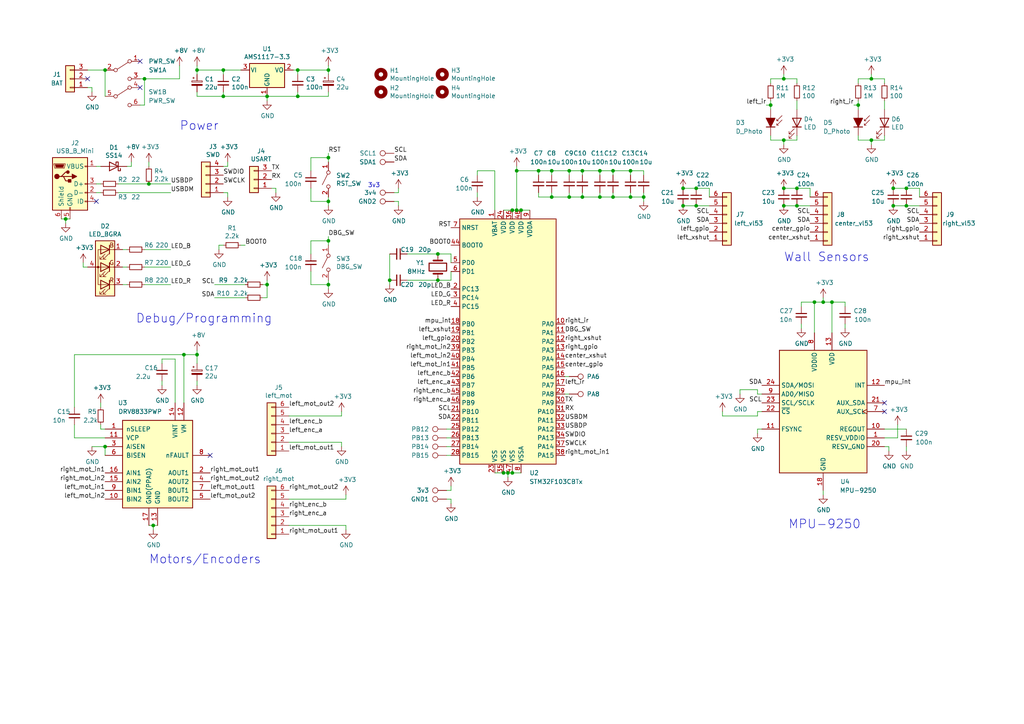
<source format=kicad_sch>
(kicad_sch (version 20211123) (generator eeschema)
  (paper "A4")
  (junction (at 227.33 59.69))
  (junction (at 44.45 152.4))
  (junction (at 252.73 22.86))
  (junction (at 149.86 49.53))
  (junction (at 148.59 60.96))
  (junction (at 177.8 57.15))
  (junction (at 148.59 137.16))
  (junction (at 182.88 57.15))
  (junction (at 151.13 60.96))
  (junction (at 198.12 54.61))
  (junction (at 149.86 60.96))
  (junction (at 43.18 53.34))
  (junction (at 127 81.28))
  (junction (at 30.48 20.32))
  (junction (at 236.22 87.63))
  (junction (at 95.25 69.85))
  (junction (at 127 73.66))
  (junction (at 156.21 49.53))
  (junction (at 173.99 49.53))
  (junction (at 165.1 57.15))
  (junction (at 252.73 40.64))
  (junction (at 165.1 49.53))
  (junction (at 95.25 45.72))
  (junction (at 57.15 20.32))
  (junction (at 64.77 27.94))
  (junction (at 86.36 27.94))
  (junction (at 201.93 59.69))
  (junction (at 86.36 20.32))
  (junction (at 259.08 59.69))
  (junction (at 241.3 87.63))
  (junction (at 223.52 30.48))
  (junction (at 259.08 54.61))
  (junction (at 77.47 82.55))
  (junction (at 160.02 49.53))
  (junction (at 64.77 20.32))
  (junction (at 238.76 87.63))
  (junction (at 168.91 49.53))
  (junction (at 262.89 59.69))
  (junction (at 173.99 57.15))
  (junction (at 198.12 59.69))
  (junction (at 186.69 57.15))
  (junction (at 30.48 129.54))
  (junction (at 231.14 54.61))
  (junction (at 168.91 57.15))
  (junction (at 231.14 59.69))
  (junction (at 201.93 54.61))
  (junction (at 95.25 20.32))
  (junction (at 146.05 137.16))
  (junction (at 262.89 54.61))
  (junction (at 95.25 58.42))
  (junction (at 95.25 82.55))
  (junction (at 113.03 81.28))
  (junction (at 227.33 40.64))
  (junction (at 57.15 102.87))
  (junction (at 248.92 30.48))
  (junction (at 160.02 57.15))
  (junction (at 182.88 49.53))
  (junction (at 41.91 22.86))
  (junction (at 19.05 63.5))
  (junction (at 177.8 49.53))
  (junction (at 227.33 22.86))
  (junction (at 53.34 102.87))
  (junction (at 77.47 27.94))
  (junction (at 227.33 54.61))
  (junction (at 147.32 137.16))
  (no_connect (at 40.64 17.78))
  (no_connect (at 256.54 119.38))
  (no_connect (at 256.54 116.84))
  (no_connect (at 27.94 58.42))
  (no_connect (at 25.4 22.86))
  (no_connect (at 40.64 25.4))
  (no_connect (at 60.96 132.08))
  (wire (pts (xy 227.33 41.91) (xy 227.33 40.64)))
  (wire (pts (xy 76.2 82.55) (xy 77.47 82.55)))
  (wire (pts (xy 38.1 48.26) (xy 38.1 46.99)))
  (wire (pts (xy 25.4 25.4) (xy 26.67 25.4)))
  (wire (pts (xy 252.73 22.86) (xy 256.54 22.86)))
  (wire (pts (xy 163.83 114.3) (xy 165.1 114.3)))
  (wire (pts (xy 173.99 57.15) (xy 168.91 57.15)))
  (wire (pts (xy 231.14 29.21) (xy 231.14 31.75)))
  (wire (pts (xy 95.25 19.05) (xy 95.25 20.32)))
  (wire (pts (xy 27.94 55.88) (xy 29.21 55.88)))
  (wire (pts (xy 90.17 45.72) (xy 95.25 45.72)))
  (wire (pts (xy 219.71 124.46) (xy 219.71 125.73)))
  (wire (pts (xy 118.11 81.28) (xy 127 81.28)))
  (wire (pts (xy 64.77 26.67) (xy 64.77 27.94)))
  (wire (pts (xy 19.05 64.77) (xy 19.05 63.5)))
  (wire (pts (xy 130.81 78.74) (xy 130.81 81.28)))
  (wire (pts (xy 252.73 40.64) (xy 256.54 40.64)))
  (wire (pts (xy 35.56 77.47) (xy 36.83 77.47)))
  (wire (pts (xy 168.91 49.53) (xy 165.1 49.53)))
  (wire (pts (xy 130.81 81.28) (xy 127 81.28)))
  (wire (pts (xy 53.34 102.87) (xy 53.34 116.84)))
  (wire (pts (xy 21.59 123.19) (xy 21.59 127)))
  (wire (pts (xy 227.33 22.86) (xy 231.14 22.86)))
  (wire (pts (xy 17.78 63.5) (xy 19.05 63.5)))
  (wire (pts (xy 168.91 50.8) (xy 168.91 49.53)))
  (wire (pts (xy 160.02 55.88) (xy 160.02 57.15)))
  (wire (pts (xy 177.8 55.88) (xy 177.8 57.15)))
  (wire (pts (xy 115.57 58.42) (xy 115.57 59.69)))
  (wire (pts (xy 130.81 142.24) (xy 130.81 140.97)))
  (wire (pts (xy 232.41 87.63) (xy 236.22 87.63)))
  (wire (pts (xy 99.06 120.65) (xy 99.06 119.38)))
  (wire (pts (xy 156.21 50.8) (xy 156.21 49.53)))
  (wire (pts (xy 156.21 57.15) (xy 156.21 55.88)))
  (wire (pts (xy 69.85 71.12) (xy 71.12 71.12)))
  (wire (pts (xy 143.51 60.96) (xy 143.51 49.53)))
  (wire (pts (xy 113.03 73.66) (xy 113.03 81.28)))
  (wire (pts (xy 227.33 40.64) (xy 231.14 40.64)))
  (wire (pts (xy 80.01 54.61) (xy 80.01 55.88)))
  (wire (pts (xy 129.54 132.08) (xy 130.81 132.08)))
  (wire (pts (xy 57.15 20.32) (xy 64.77 20.32)))
  (wire (pts (xy 129.54 127) (xy 130.81 127)))
  (wire (pts (xy 27.94 48.26) (xy 29.21 48.26)))
  (wire (pts (xy 86.36 27.94) (xy 95.25 27.94)))
  (wire (pts (xy 44.45 152.4) (xy 45.72 152.4)))
  (wire (pts (xy 177.8 57.15) (xy 173.99 57.15)))
  (wire (pts (xy 30.48 27.94) (xy 30.48 20.32)))
  (wire (pts (xy 71.12 82.55) (xy 62.23 82.55)))
  (wire (pts (xy 149.86 60.96) (xy 151.13 60.96)))
  (wire (pts (xy 46.99 104.14) (xy 50.8 104.14)))
  (wire (pts (xy 57.15 21.59) (xy 57.15 20.32)))
  (wire (pts (xy 160.02 50.8) (xy 160.02 49.53)))
  (wire (pts (xy 129.54 124.46) (xy 130.81 124.46)))
  (wire (pts (xy 114.3 58.42) (xy 115.57 58.42)))
  (wire (pts (xy 64.77 27.94) (xy 77.47 27.94)))
  (wire (pts (xy 63.5 71.12) (xy 63.5 72.39)))
  (wire (pts (xy 43.18 46.99) (xy 43.18 48.26)))
  (wire (pts (xy 83.82 128.27) (xy 99.06 128.27)))
  (wire (pts (xy 177.8 50.8) (xy 177.8 49.53)))
  (wire (pts (xy 64.77 55.88) (xy 66.04 55.88)))
  (wire (pts (xy 148.59 137.16) (xy 151.13 137.16)))
  (wire (pts (xy 99.06 129.54) (xy 99.06 128.27)))
  (wire (pts (xy 64.77 21.59) (xy 64.77 20.32)))
  (wire (pts (xy 53.34 102.87) (xy 21.59 102.87)))
  (wire (pts (xy 219.71 114.3) (xy 220.98 114.3)))
  (wire (pts (xy 129.54 144.78) (xy 130.81 144.78)))
  (wire (pts (xy 57.15 27.94) (xy 64.77 27.94)))
  (wire (pts (xy 234.95 54.61) (xy 231.14 54.61)))
  (wire (pts (xy 19.05 63.5) (xy 20.32 63.5)))
  (wire (pts (xy 262.89 54.61) (xy 259.08 54.61)))
  (wire (pts (xy 41.91 22.86) (xy 41.91 30.48)))
  (wire (pts (xy 231.14 22.86) (xy 231.14 24.13)))
  (wire (pts (xy 241.3 96.52) (xy 241.3 87.63)))
  (wire (pts (xy 113.03 82.55) (xy 113.03 81.28)))
  (wire (pts (xy 205.74 54.61) (xy 201.93 54.61)))
  (wire (pts (xy 173.99 55.88) (xy 173.99 57.15)))
  (wire (pts (xy 160.02 49.53) (xy 156.21 49.53)))
  (wire (pts (xy 138.43 55.88) (xy 138.43 57.15)))
  (wire (pts (xy 100.33 144.78) (xy 100.33 143.51)))
  (wire (pts (xy 143.51 137.16) (xy 146.05 137.16)))
  (wire (pts (xy 77.47 29.21) (xy 77.47 27.94)))
  (wire (pts (xy 57.15 102.87) (xy 57.15 105.41)))
  (wire (pts (xy 186.69 49.53) (xy 182.88 49.53)))
  (wire (pts (xy 138.43 49.53) (xy 138.43 50.8)))
  (wire (pts (xy 95.25 69.85) (xy 95.25 71.12)))
  (wire (pts (xy 24.13 77.47) (xy 25.4 77.47)))
  (wire (pts (xy 90.17 69.85) (xy 95.25 69.85)))
  (wire (pts (xy 26.67 129.54) (xy 30.48 129.54)))
  (wire (pts (xy 248.92 39.37) (xy 248.92 40.64)))
  (wire (pts (xy 146.05 60.96) (xy 148.59 60.96)))
  (wire (pts (xy 231.14 59.69) (xy 227.33 59.69)))
  (wire (pts (xy 146.05 137.16) (xy 147.32 137.16)))
  (wire (pts (xy 95.25 82.55) (xy 95.25 81.28)))
  (wire (pts (xy 90.17 54.61) (xy 90.17 58.42)))
  (wire (pts (xy 86.36 26.67) (xy 86.36 27.94)))
  (wire (pts (xy 66.04 48.26) (xy 66.04 46.99)))
  (wire (pts (xy 256.54 29.21) (xy 256.54 31.75)))
  (wire (pts (xy 232.41 88.9) (xy 232.41 87.63)))
  (wire (pts (xy 266.7 54.61) (xy 266.7 57.15)))
  (wire (pts (xy 66.04 55.88) (xy 66.04 57.15)))
  (wire (pts (xy 256.54 40.64) (xy 256.54 39.37)))
  (wire (pts (xy 227.33 21.59) (xy 227.33 22.86)))
  (wire (pts (xy 77.47 86.36) (xy 77.47 82.55)))
  (wire (pts (xy 95.25 58.42) (xy 95.25 57.15)))
  (wire (pts (xy 219.71 119.38) (xy 220.98 119.38)))
  (wire (pts (xy 148.59 60.96) (xy 149.86 60.96)))
  (wire (pts (xy 173.99 49.53) (xy 168.91 49.53)))
  (wire (pts (xy 95.25 20.32) (xy 95.25 21.59)))
  (wire (pts (xy 163.83 109.22) (xy 165.1 109.22)))
  (wire (pts (xy 41.91 77.47) (xy 49.53 77.47)))
  (wire (pts (xy 52.07 22.86) (xy 52.07 19.05)))
  (wire (pts (xy 147.32 137.16) (xy 148.59 137.16)))
  (wire (pts (xy 26.67 25.4) (xy 26.67 26.67)))
  (wire (pts (xy 257.81 129.54) (xy 257.81 130.81)))
  (wire (pts (xy 201.93 54.61) (xy 198.12 54.61)))
  (wire (pts (xy 236.22 87.63) (xy 236.22 96.52)))
  (wire (pts (xy 95.25 59.69) (xy 95.25 58.42)))
  (wire (pts (xy 78.74 54.61) (xy 80.01 54.61)))
  (wire (pts (xy 40.64 22.86) (xy 41.91 22.86)))
  (wire (pts (xy 41.91 72.39) (xy 49.53 72.39)))
  (wire (pts (xy 205.74 59.69) (xy 201.93 59.69)))
  (wire (pts (xy 46.99 111.76) (xy 46.99 110.49)))
  (wire (pts (xy 248.92 22.86) (xy 252.73 22.86)))
  (wire (pts (xy 248.92 30.48) (xy 248.92 31.75)))
  (wire (pts (xy 260.35 127) (xy 260.35 123.19)))
  (wire (pts (xy 90.17 58.42) (xy 95.25 58.42)))
  (wire (pts (xy 238.76 87.63) (xy 241.3 87.63)))
  (wire (pts (xy 245.11 87.63) (xy 245.11 88.9)))
  (wire (pts (xy 129.54 129.54) (xy 130.81 129.54)))
  (wire (pts (xy 165.1 55.88) (xy 165.1 57.15)))
  (wire (pts (xy 165.1 50.8) (xy 165.1 49.53)))
  (wire (pts (xy 62.23 86.36) (xy 71.12 86.36)))
  (wire (pts (xy 173.99 50.8) (xy 173.99 49.53)))
  (wire (pts (xy 214.63 113.03) (xy 219.71 113.03)))
  (wire (pts (xy 201.93 59.69) (xy 198.12 59.69)))
  (wire (pts (xy 49.53 53.34) (xy 43.18 53.34)))
  (wire (pts (xy 262.89 59.69) (xy 259.08 59.69)))
  (wire (pts (xy 90.17 49.53) (xy 90.17 45.72)))
  (wire (pts (xy 266.7 59.69) (xy 262.89 59.69)))
  (wire (pts (xy 77.47 27.94) (xy 86.36 27.94)))
  (wire (pts (xy 118.11 73.66) (xy 127 73.66)))
  (wire (pts (xy 21.59 102.87) (xy 21.59 118.11)))
  (wire (pts (xy 50.8 104.14) (xy 50.8 116.84)))
  (wire (pts (xy 90.17 82.55) (xy 95.25 82.55)))
  (wire (pts (xy 64.77 20.32) (xy 69.85 20.32)))
  (wire (pts (xy 57.15 101.6) (xy 57.15 102.87)))
  (wire (pts (xy 24.13 76.2) (xy 24.13 77.47)))
  (wire (pts (xy 34.29 55.88) (xy 49.53 55.88)))
  (wire (pts (xy 46.99 105.41) (xy 46.99 104.14)))
  (wire (pts (xy 205.74 57.15) (xy 205.74 54.61)))
  (wire (pts (xy 248.92 29.21) (xy 248.92 30.48)))
  (wire (pts (xy 186.69 58.42) (xy 186.69 57.15)))
  (wire (pts (xy 95.25 27.94) (xy 95.25 26.67)))
  (wire (pts (xy 35.56 72.39) (xy 36.83 72.39)))
  (wire (pts (xy 182.88 55.88) (xy 182.88 57.15)))
  (wire (pts (xy 130.81 144.78) (xy 130.81 146.05)))
  (wire (pts (xy 223.52 22.86) (xy 227.33 22.86)))
  (wire (pts (xy 165.1 49.53) (xy 160.02 49.53)))
  (wire (pts (xy 241.3 87.63) (xy 245.11 87.63)))
  (wire (pts (xy 256.54 22.86) (xy 256.54 24.13)))
  (wire (pts (xy 34.29 53.34) (xy 43.18 53.34)))
  (wire (pts (xy 41.91 82.55) (xy 49.53 82.55)))
  (wire (pts (xy 130.81 76.2) (xy 130.81 73.66)))
  (wire (pts (xy 95.25 83.82) (xy 95.25 82.55)))
  (wire (pts (xy 95.25 45.72) (xy 95.25 46.99)))
  (wire (pts (xy 182.88 49.53) (xy 177.8 49.53)))
  (wire (pts (xy 83.82 152.4) (xy 100.33 152.4)))
  (wire (pts (xy 41.91 22.86) (xy 52.07 22.86)))
  (wire (pts (xy 223.52 39.37) (xy 223.52 40.64)))
  (wire (pts (xy 248.92 40.64) (xy 252.73 40.64)))
  (wire (pts (xy 83.82 120.65) (xy 99.06 120.65)))
  (wire (pts (xy 85.09 20.32) (xy 86.36 20.32)))
  (wire (pts (xy 222.25 30.48) (xy 223.52 30.48)))
  (wire (pts (xy 86.36 21.59) (xy 86.36 20.32)))
  (wire (pts (xy 100.33 152.4) (xy 100.33 153.67)))
  (wire (pts (xy 262.89 124.46) (xy 256.54 124.46)))
  (wire (pts (xy 252.73 41.91) (xy 252.73 40.64)))
  (wire (pts (xy 177.8 49.53) (xy 173.99 49.53)))
  (wire (pts (xy 232.41 95.25) (xy 232.41 93.98)))
  (wire (pts (xy 43.18 152.4) (xy 44.45 152.4)))
  (wire (pts (xy 186.69 50.8) (xy 186.69 49.53)))
  (wire (pts (xy 160.02 57.15) (xy 156.21 57.15)))
  (wire (pts (xy 86.36 20.32) (xy 95.25 20.32)))
  (wire (pts (xy 186.69 55.88) (xy 186.69 57.15)))
  (wire (pts (xy 95.25 68.58) (xy 95.25 69.85)))
  (wire (pts (xy 30.48 132.08) (xy 30.48 129.54)))
  (wire (pts (xy 21.59 127) (xy 30.48 127)))
  (wire (pts (xy 149.86 48.26) (xy 149.86 49.53)))
  (wire (pts (xy 35.56 82.55) (xy 36.83 82.55)))
  (wire (pts (xy 186.69 57.15) (xy 182.88 57.15)))
  (wire (pts (xy 41.91 30.48) (xy 40.64 30.48)))
  (wire (pts (xy 168.91 55.88) (xy 168.91 57.15)))
  (wire (pts (xy 44.45 153.67) (xy 44.45 152.4)))
  (wire (pts (xy 129.54 142.24) (xy 130.81 142.24)))
  (wire (pts (xy 29.21 124.46) (xy 30.48 124.46)))
  (wire (pts (xy 256.54 129.54) (xy 257.81 129.54)))
  (wire (pts (xy 219.71 120.65) (xy 219.71 119.38)))
  (wire (pts (xy 57.15 102.87) (xy 53.34 102.87)))
  (wire (pts (xy 151.13 60.96) (xy 153.67 60.96)))
  (wire (pts (xy 234.95 54.61) (xy 234.95 57.15)))
  (wire (pts (xy 262.89 129.54) (xy 262.89 130.81)))
  (wire (pts (xy 214.63 113.03) (xy 214.63 114.3)))
  (wire (pts (xy 36.83 48.26) (xy 38.1 48.26)))
  (wire (pts (xy 156.21 49.53) (xy 149.86 49.53)))
  (wire (pts (xy 168.91 57.15) (xy 165.1 57.15)))
  (wire (pts (xy 29.21 123.19) (xy 29.21 124.46)))
  (wire (pts (xy 266.7 54.61) (xy 262.89 54.61)))
  (wire (pts (xy 90.17 73.66) (xy 90.17 69.85)))
  (wire (pts (xy 64.77 71.12) (xy 63.5 71.12)))
  (wire (pts (xy 231.14 54.61) (xy 227.33 54.61)))
  (wire (pts (xy 83.82 144.78) (xy 100.33 144.78)))
  (wire (pts (xy 223.52 29.21) (xy 223.52 30.48)))
  (wire (pts (xy 27.94 53.34) (xy 29.21 53.34)))
  (wire (pts (xy 236.22 87.63) (xy 238.76 87.63)))
  (wire (pts (xy 64.77 48.26) (xy 66.04 48.26)))
  (wire (pts (xy 57.15 110.49) (xy 57.15 111.76)))
  (wire (pts (xy 248.92 24.13) (xy 248.92 22.86)))
  (wire (pts (xy 165.1 57.15) (xy 160.02 57.15)))
  (wire (pts (xy 57.15 19.05) (xy 57.15 20.32)))
  (wire (pts (xy 114.3 55.88) (xy 115.57 55.88)))
  (wire (pts (xy 219.71 113.03) (xy 219.71 114.3)))
  (wire (pts (xy 252.73 21.59) (xy 252.73 22.86)))
  (wire (pts (xy 209.55 120.65) (xy 209.55 119.38)))
  (wire (pts (xy 223.52 30.48) (xy 223.52 31.75)))
  (wire (pts (xy 220.98 124.46) (xy 219.71 124.46)))
  (wire (pts (xy 209.55 120.65) (xy 219.71 120.65)))
  (wire (pts (xy 149.86 49.53) (xy 149.86 60.96)))
  (wire (pts (xy 143.51 49.53) (xy 138.43 49.53)))
  (wire (pts (xy 182.88 50.8) (xy 182.88 49.53)))
  (wire (pts (xy 90.17 78.74) (xy 90.17 82.55)))
  (wire (pts (xy 95.25 44.45) (xy 95.25 45.72)))
  (wire (pts (xy 77.47 82.55) (xy 77.47 81.28)))
  (wire (pts (xy 223.52 40.64) (xy 227.33 40.64)))
  (wire (pts (xy 76.2 86.36) (xy 77.47 86.36)))
  (wire (pts (xy 234.95 59.69) (xy 231.14 59.69)))
  (wire (pts (xy 130.81 73.66) (xy 127 73.66)))
  (wire (pts (xy 238.76 142.24) (xy 238.76 143.51)))
  (wire (pts (xy 231.14 40.64) (xy 231.14 39.37)))
  (wire (pts (xy 256.54 127) (xy 260.35 127)))
  (wire (pts (xy 238.76 86.36) (xy 238.76 87.63)))
  (wire (pts (xy 147.32 138.43) (xy 147.32 137.16)))
  (wire (pts (xy 29.21 116.84) (xy 29.21 118.11)))
  (wire (pts (xy 223.52 24.13) (xy 223.52 22.86)))
  (wire (pts (xy 57.15 26.67) (xy 57.15 27.94)))
  (wire (pts (xy 245.11 93.98) (xy 245.11 95.25)))
  (wire (pts (xy 115.57 55.88) (xy 115.57 54.61)))
  (wire (pts (xy 25.4 20.32) (xy 30.48 20.32)))
  (wire (pts (xy 247.65 30.48) (xy 248.92 30.48)))
  (wire (pts (xy 182.88 57.15) (xy 177.8 57.15)))
  (text "MPU-9250" (at 228.6 153.67 0) (effects (font (size 2.54 2.54)) (justify left bottom)))
  (text "3v3\n" (at 106.68 54.61 0) (effects (font (size 1.27 1.27)) (justify left bottom)))
  (text "Power" (at 52.07 38.1 0) (effects (font (size 2.54 2.54)) (justify left bottom)))
  (text "Wall Sensors\n" (at 227.33 76.2 0) (effects (font (size 2.54 2.54)) (justify left bottom)))
  (text "Debug/Programming" (at 39.37 93.98 0) (effects (font (size 2.54 2.54)) (justify left bottom)))
  (text "Motors/Encoders\n" (at 43.18 163.83 0) (effects (font (size 2.54 2.54)) (justify left bottom)))
  (label "mpu_int" (at 130.81 93.98 180))
  (label "left_enc_b" (at 83.82 123.19 0))
  (label "left_enc_a" (at 83.82 125.73 0))
  (label "right_mot_in1" (at 163.83 132.08 0))
  (label "right_gpio" (at 163.83 101.6 0))
  (label "BOOT0" (at 130.81 71.12 180))
  (label "SCL" (at 234.95 62.23 180))
  (label "LED_B" (at 49.53 72.39 0))
  (label "left_mot_in2" (at 30.48 144.78 180))
  (label "left_mot_in2" (at 130.81 104.14 180))
  (label "center_xshut" (at 163.83 104.14 0))
  (label "SDA" (at 114.3 46.99 0))
  (label "right_ir" (at 247.65 30.48 180))
  (label "SDA" (at 62.23 86.36 180))
  (label "right_gpio" (at 266.7 67.31 180))
  (label "SCL" (at 130.81 119.38 180))
  (label "right_mot_in1" (at 30.48 137.16 180))
  (label "SWDIO" (at 64.77 50.8 0))
  (label "RST" (at 130.81 66.04 180))
  (label "RX" (at 163.83 119.38 0))
  (label "RX" (at 78.74 52.07 0))
  (label "right_xshut" (at 266.7 69.85 180))
  (label "left_ir" (at 163.83 111.76 0))
  (label "LED_R" (at 130.81 88.9 180))
  (label "left_xshut" (at 130.81 96.52 180))
  (label "RST" (at 95.25 44.45 0))
  (label "right_enc_a" (at 83.82 149.86 0))
  (label "left_xshut" (at 205.74 69.85 180))
  (label "mpu_int" (at 256.54 111.76 0))
  (label "LED_G" (at 49.53 77.47 0))
  (label "LED_G" (at 130.81 86.36 180))
  (label "left_mot_out1" (at 83.82 130.81 0))
  (label "USBDM" (at 163.83 121.92 0))
  (label "right_mot_out1" (at 60.96 137.16 0))
  (label "USBDP" (at 163.83 124.46 0))
  (label "left_gpio" (at 130.81 99.06 180))
  (label "LED_R" (at 49.53 82.55 0))
  (label "SCL" (at 62.23 82.55 180))
  (label "left_enc_b" (at 130.81 109.22 180))
  (label "right_enc_a" (at 130.81 116.84 180))
  (label "center_gpio" (at 234.95 67.31 180))
  (label "SCL" (at 114.3 44.45 0))
  (label "BOOT0" (at 71.12 71.12 0))
  (label "right_xshut" (at 163.83 99.06 0))
  (label "left_ir" (at 222.25 30.48 180))
  (label "SWDIO" (at 163.83 127 0))
  (label "SDA" (at 266.7 64.77 180))
  (label "SDA" (at 205.74 64.77 180))
  (label "TX" (at 78.74 49.53 0))
  (label "SDA" (at 220.98 111.76 180))
  (label "SDA" (at 234.95 64.77 180))
  (label "right_mot_in2" (at 30.48 139.7 180))
  (label "TX" (at 163.83 116.84 0))
  (label "center_gpio" (at 163.83 106.68 0))
  (label "left_mot_out2" (at 60.96 144.78 0))
  (label "USBDM" (at 49.53 55.88 0))
  (label "right_mot_out1" (at 83.82 154.94 0))
  (label "left_mot_in1" (at 30.48 142.24 180))
  (label "SDA" (at 130.81 121.92 180))
  (label "DBG_SW" (at 95.25 68.58 0))
  (label "SWCLK" (at 163.83 129.54 0))
  (label "LED_B" (at 130.81 83.82 180))
  (label "left_mot_out2" (at 83.82 118.11 0))
  (label "right_mot_out2" (at 83.82 142.24 0))
  (label "left_mot_out1" (at 60.96 142.24 0))
  (label "left_gpio" (at 205.74 67.31 180))
  (label "SCL" (at 266.7 62.23 180))
  (label "DBG_SW" (at 163.83 96.52 0))
  (label "SCL" (at 205.74 62.23 180))
  (label "right_mot_in2" (at 130.81 101.6 180))
  (label "right_mot_out2" (at 60.96 139.7 0))
  (label "right_enc_b" (at 130.81 114.3 180))
  (label "right_ir" (at 163.83 93.98 0))
  (label "left_mot_in1" (at 130.81 106.68 180))
  (label "right_enc_b" (at 83.82 147.32 0))
  (label "SWCLK" (at 64.77 53.34 0))
  (label "left_enc_a" (at 130.81 111.76 180))
  (label "center_xshut" (at 234.95 69.85 180))
  (label "USBDP" (at 49.53 53.34 0))
  (label "SCL" (at 220.98 116.84 180))
  (symbol (lib_id "Connector_Generic:Conn_01x03") (at 20.32 22.86 180) (unit 1)
    (property "Reference" "J1" (at 16.51 21.59 0))
    (property "Value" "BAT" (at 16.51 24.13 0))
    (property "Footprint" "extra:jstxh_3p_smd_horizontal" (effects hide))
  )
  (symbol (lib_id "power:GND") (at 26.67 26.67 0) (unit 1)
    (property "Reference" "#PWR0101" (effects hide))
    (property "Value" "GND" (at 26.797 31.0642 0))
  )
  (symbol (lib_id "power:+8V") (at 52.07 19.05 0) (unit 1)
    (property "Reference" "#PWR0102" (effects hide))
    (property "Value" "+8V" (at 52.451 14.6558 0))
  )
  (symbol (lib_id "Switch:SW_DPDT_x2") (at 35.56 20.32 0) (unit 1)
    (property "Reference" "SW1" (at 45.72 20.32 0))
    (property "Value" "PWR_SW" (at 46.99 17.78 0))
    (property "Footprint" "extra:SMD_DPDT" (effects hide))
  )
  (symbol (lib_id "Switch:SW_DPDT_x2") (at 35.56 27.94 0) (unit 2)
    (property "Reference" "SW1" (at 45.72 26.67 0))
    (property "Value" "PWR_SW" (at 46.99 29.21 0))
    (property "Footprint" "extra:SMD_DPDT" (effects hide))
  )
  (symbol (lib_id "Regulator_Linear:AMS1117-3.3") (at 77.47 20.32 0) (unit 1)
    (property "Reference" "U1" (at 77.47 14.1732 0))
    (property "Value" "AMS1117-3.3" (at 77.47 16.4846 0))
    (property "Footprint" "Package_TO_SOT_SMD:SOT-223-3_TabPin2" (effects hide))
    (property "Datasheet" "http://www.advanced-monolithic.com/pdf/ds1117.pdf" (effects hide))
  )
  (symbol (lib_id "Device:C_Polarized_Small") (at 95.25 24.13 0) (unit 1)
    (property "Reference" "C4" (at 97.4852 22.9616 0) (effects (justify left)))
    (property "Value" "22u" (at 97.4852 25.273 0) (effects (justify left)))
    (property "Footprint" "Capacitor_Tantalum_SMD:CP_EIA-3528-21_Kemet-B" (effects hide))
  )
  (symbol (lib_id "Device:C_Small") (at 86.36 24.13 0) (unit 1)
    (property "Reference" "C3" (at 88.6968 22.9616 0) (effects (justify left)))
    (property "Value" "100n" (at 88.6968 25.273 0) (effects (justify left)))
    (property "Footprint" "Capacitor_SMD:C_0603_1608Metric" (effects hide))
  )
  (symbol (lib_id "Device:C_Small") (at 64.77 24.13 0) (unit 1)
    (property "Reference" "C2" (at 67.1068 22.9616 0) (effects (justify left)))
    (property "Value" "100n" (at 67.1068 25.273 0) (effects (justify left)))
    (property "Footprint" "Capacitor_SMD:C_0603_1608Metric" (effects hide))
  )
  (symbol (lib_id "Device:C_Polarized_Small") (at 57.15 24.13 0) (unit 1)
    (property "Reference" "C1" (at 59.3852 22.9616 0) (effects (justify left)))
    (property "Value" "22u" (at 59.3852 25.273 0) (effects (justify left)))
    (property "Footprint" "Capacitor_Tantalum_SMD:CP_EIA-3528-21_Kemet-B" (effects hide))
  )
  (symbol (lib_id "power:+8V") (at 57.15 19.05 0) (unit 1)
    (property "Reference" "#PWR0103" (effects hide))
    (property "Value" "+8V" (at 57.531 14.6558 0))
  )
  (symbol (lib_id "power:+3V3") (at 95.25 19.05 0) (unit 1)
    (property "Reference" "#PWR0104" (effects hide))
    (property "Value" "+3V3" (at 95.631 14.6558 0))
  )
  (symbol (lib_id "power:GND") (at 77.47 29.21 0) (unit 1)
    (property "Reference" "#PWR0105" (effects hide))
    (property "Value" "GND" (at 77.597 33.6042 0))
  )
  (symbol (lib_id "MCU_ST_STM32F1:STM32F103CBTx") (at 148.59 99.06 0) (unit 1)
    (property "Reference" "U2" (at 154.94 137.16 0))
    (property "Value" "STM32F103CBTx" (at 161.29 139.7 0))
    (property "Footprint" "Package_QFP:LQFP-48_7x7mm_P0.5mm" (effects hide))
    (property "Datasheet" "http://www.st.com/st-web-ui/static/active/en/resource/technical/document/datasheet/CD00161566.pdf" (effects hide))
  )
  (symbol (lib_id "Connector:USB_B_Mini") (at 20.32 53.34 0) (unit 1)
    (property "Reference" "J2" (at 21.7678 41.4782 0))
    (property "Value" "USB_B_Mini" (at 21.7678 43.7896 0))
    (property "Footprint" "Connector_USB:USB_Mini-B_Tensility_54-00023_Vertical" (effects hide))
  )
  (symbol (lib_id "Device:D_Schottky") (at 33.02 48.26 180) (unit 1)
    (property "Reference" "D1" (at 33.02 42.7736 0))
    (property "Value" "SS14" (at 33.02 45.085 0))
    (property "Footprint" "Diode_SMD:D_SMA" (effects hide))
  )
  (symbol (lib_id "power:+8V") (at 38.1 46.99 0) (unit 1)
    (property "Reference" "#PWR0107" (effects hide))
    (property "Value" "+8V" (at 38.481 42.5958 0))
  )
  (symbol (lib_id "power:GND") (at 19.05 64.77 0) (unit 1)
    (property "Reference" "#PWR0106" (effects hide))
    (property "Value" "GND" (at 19.177 69.1642 0))
  )
  (symbol (lib_id "Device:R_Small") (at 31.75 53.34 270) (unit 1)
    (property "Reference" "R2" (at 35.56 52.07 90))
    (property "Value" "22" (at 39.37 52.07 90))
    (property "Footprint" "Resistor_SMD:R_0603_1608Metric" (effects hide))
  )
  (symbol (lib_id "Device:R_Small") (at 31.75 55.88 270) (unit 1)
    (property "Reference" "R3" (at 35.56 57.15 90))
    (property "Value" "22" (at 39.37 57.15 90))
    (property "Footprint" "Resistor_SMD:R_0603_1608Metric" (effects hide))
  )
  (symbol (lib_id "Device:R_Small") (at 43.18 50.8 180) (unit 1)
    (property "Reference" "R4" (at 44.6786 49.6316 0) (effects (justify right)))
    (property "Value" "2.2k" (at 44.6786 51.943 0) (effects (justify right)))
    (property "Footprint" "Resistor_SMD:R_0603_1608Metric" (effects hide))
  )
  (symbol (lib_id "power:+3V3") (at 43.18 46.99 0) (unit 1)
    (property "Reference" "#PWR0108" (effects hide))
    (property "Value" "+3V3" (at 43.561 42.5958 0))
  )
  (symbol (lib_id "Connector_Generic:Conn_01x04") (at 59.69 53.34 180) (unit 1)
    (property "Reference" "J3" (at 61.7728 42.545 0))
    (property "Value" "SWD" (at 61.7728 44.8564 0))
    (property "Footprint" "Connector_PinHeader_2.54mm:PinHeader_1x04_P2.54mm_Vertical" (effects hide))
  )
  (symbol (lib_id "power:+3V3") (at 66.04 46.99 0) (unit 1)
    (property "Reference" "#PWR0109" (effects hide))
    (property "Value" "+3V3" (at 66.421 42.5958 0))
  )
  (symbol (lib_id "power:GND") (at 66.04 57.15 0) (unit 1)
    (property "Reference" "#PWR0110" (effects hide))
    (property "Value" "GND" (at 66.167 61.5442 0))
  )
  (symbol (lib_id "Connector_Generic:Conn_01x03") (at 73.66 52.07 180) (unit 1)
    (property "Reference" "J4" (at 75.7428 43.815 0))
    (property "Value" "USART" (at 75.7428 46.1264 0))
    (property "Footprint" "Connector_PinHeader_2.54mm:PinHeader_1x03_P2.54mm_Vertical" (effects hide))
  )
  (symbol (lib_id "power:GND") (at 80.01 55.88 0) (unit 1)
    (property "Reference" "#PWR0111" (effects hide))
    (property "Value" "GND" (at 80.137 60.2742 0))
  )
  (symbol (lib_id "power:GND") (at 147.32 138.43 0) (unit 1)
    (property "Reference" "#PWR0112" (effects hide))
    (property "Value" "GND" (at 147.447 142.8242 0))
  )
  (symbol (lib_id "Device:C_Small") (at 138.43 53.34 0) (unit 1)
    (property "Reference" "C6" (at 133.35 52.07 0) (effects (justify left)))
    (property "Value" "100n" (at 132.08 54.61 0) (effects (justify left)))
    (property "Footprint" "Capacitor_SMD:C_0603_1608Metric" (effects hide))
  )
  (symbol (lib_id "power:GND") (at 138.43 57.15 0) (unit 1)
    (property "Reference" "#PWR0113" (effects hide))
    (property "Value" "GND" (at 138.557 61.5442 0))
  )
  (symbol (lib_id "Device:C_Small") (at 156.21 53.34 0) (mirror y) (unit 1)
    (property "Reference" "C7" (at 157.48 44.45 0) (effects (justify left)))
    (property "Value" "100n" (at 158.75 46.99 0) (effects (justify left)))
    (property "Footprint" "Capacitor_SMD:C_0603_1608Metric" (effects hide))
  )
  (symbol (lib_id "Device:C_Small") (at 160.02 53.34 0) (mirror y) (unit 1)
    (property "Reference" "C8" (at 161.29 44.45 0) (effects (justify left)))
    (property "Value" "10u" (at 162.56 46.99 0) (effects (justify left)))
    (property "Footprint" "Capacitor_SMD:C_0603_1608Metric" (effects hide))
  )
  (symbol (lib_id "Device:C_Small") (at 165.1 53.34 0) (mirror y) (unit 1)
    (property "Reference" "C9" (at 166.37 44.45 0) (effects (justify left)))
    (property "Value" "100n" (at 167.64 46.99 0) (effects (justify left)))
    (property "Footprint" "Capacitor_SMD:C_0603_1608Metric" (effects hide))
  )
  (symbol (lib_id "Device:C_Small") (at 168.91 53.34 0) (mirror y) (unit 1)
    (property "Reference" "C10" (at 170.18 44.45 0) (effects (justify left)))
    (property "Value" "10u" (at 171.45 46.99 0) (effects (justify left)))
    (property "Footprint" "Capacitor_SMD:C_0603_1608Metric" (effects hide))
  )
  (symbol (lib_id "Device:C_Small") (at 173.99 53.34 0) (mirror y) (unit 1)
    (property "Reference" "C11" (at 175.26 44.45 0) (effects (justify left)))
    (property "Value" "100n" (at 176.53 46.99 0) (effects (justify left)))
    (property "Footprint" "Capacitor_SMD:C_0603_1608Metric" (effects hide))
  )
  (symbol (lib_id "Device:C_Small") (at 177.8 53.34 0) (mirror y) (unit 1)
    (property "Reference" "C12" (at 179.07 44.45 0) (effects (justify left)))
    (property "Value" "10u" (at 180.34 46.99 0) (effects (justify left)))
    (property "Footprint" "Capacitor_SMD:C_0603_1608Metric" (effects hide))
  )
  (symbol (lib_id "Device:C_Small") (at 182.88 53.34 0) (mirror y) (unit 1)
    (property "Reference" "C13" (at 184.15 44.45 0) (effects (justify left)))
    (property "Value" "100n" (at 185.42 46.99 0) (effects (justify left)))
    (property "Footprint" "Capacitor_SMD:C_0603_1608Metric" (effects hide))
  )
  (symbol (lib_id "Device:C_Small") (at 186.69 53.34 0) (mirror y) (unit 1)
    (property "Reference" "C14" (at 187.96 44.45 0) (effects (justify left)))
    (property "Value" "10u" (at 189.23 46.99 0) (effects (justify left)))
    (property "Footprint" "Capacitor_SMD:C_0603_1608Metric" (effects hide))
  )
  (symbol (lib_id "Connector:TestPoint") (at 114.3 44.45 90) (unit 1)
    (property "Reference" "SCL1" (at 109.22 44.45 90) (effects (justify left)))
    (property "Value" " " (at 109.5248 43.307 90) (effects (justify left)))
    (property "Footprint" "TestPoint:TestPoint_Pad_D1.5mm" (effects hide))
  )
  (symbol (lib_id "Connector:TestPoint") (at 114.3 46.99 90) (unit 1)
    (property "Reference" "SDA1" (at 109.22 46.99 90) (effects (justify left)))
    (property "Value" " " (at 109.5248 45.847 90) (effects (justify left)))
    (property "Footprint" "TestPoint:TestPoint_Pad_D1.5mm" (effects hide))
  )
  (symbol (lib_id "Connector:TestPoint") (at 114.3 55.88 90) (unit 1)
    (property "Reference" "3v4" (at 109.22 55.88 90) (effects (justify left)))
    (property "Value" " " (at 109.5248 54.737 90) (effects (justify left)))
    (property "Footprint" "TestPoint:TestPoint_Pad_D1.5mm" (effects hide))
  )
  (symbol (lib_id "Connector:TestPoint") (at 114.3 58.42 90) (unit 1)
    (property "Reference" "GND2" (at 109.22 58.42 90) (effects (justify left)))
    (property "Value" " " (at 109.5248 57.277 90) (effects (justify left)))
    (property "Footprint" "TestPoint:TestPoint_Pad_D1.5mm" (effects hide))
  )
  (symbol (lib_id "power:+3V3") (at 115.57 54.61 0) (unit 1)
    (property "Reference" "#PWR0154" (effects hide))
    (property "Value" "+3V3" (at 115.951 50.2158 0))
  )
  (symbol (lib_id "power:GND") (at 115.57 59.69 0) (unit 1)
    (property "Reference" "#PWR0155" (effects hide))
    (property "Value" "GND" (at 115.697 64.0842 0))
  )
  (symbol (lib_id "power:GND") (at 186.69 58.42 0) (unit 1)
    (property "Reference" "#PWR0114" (effects hide))
    (property "Value" "GND" (at 186.817 62.8142 0))
  )
  (symbol (lib_id "power:+3V3") (at 149.86 48.26 0) (unit 1)
    (property "Reference" "#PWR0115" (effects hide))
    (property "Value" "+3V3" (at 150.241 43.8658 0))
  )
  (symbol (lib_id "Switch:SW_SPST") (at 95.25 52.07 90) (mirror x) (unit 1)
    (property "Reference" "SW2" (at 97.4852 50.9016 90) (effects (justify right)))
    (property "Value" "RST_SW" (at 97.4852 53.213 90) (effects (justify right)))
    (property "Footprint" "Button_Switch_SMD:SW_SPST_PTS810" (effects hide))
  )
  (symbol (lib_id "Device:C_Small") (at 90.17 52.07 0) (unit 1)
    (property "Reference" "C5" (at 85.09 50.8 0) (effects (justify left)))
    (property "Value" "100n" (at 82.55 53.34 0) (effects (justify left)))
    (property "Footprint" "Capacitor_SMD:C_0603_1608Metric" (effects hide))
  )
  (symbol (lib_id "power:GND") (at 95.25 59.69 0) (unit 1)
    (property "Reference" "#PWR0117" (effects hide))
    (property "Value" "GND" (at 95.377 64.0842 0))
  )
  (symbol (lib_id "Device:R_Small") (at 67.31 71.12 90) (unit 1)
    (property "Reference" "R1" (at 67.31 66.1416 90))
    (property "Value" "2.2k" (at 67.31 68.453 90))
    (property "Footprint" "Resistor_SMD:R_0603_1608Metric" (effects hide))
  )
  (symbol (lib_id "power:GND") (at 63.5 72.39 0) (unit 1)
    (property "Reference" "#PWR0116" (effects hide))
    (property "Value" "GND" (at 63.627 76.7842 0))
  )
  (symbol (lib_id "Device:LED_BGRA") (at 30.48 77.47 180) (unit 1)
    (property "Reference" "D2" (at 30.48 65.6082 0))
    (property "Value" "LED_BGRA" (at 30.48 67.9196 0))
    (property "Footprint" "LED_SMD:LED_RGB_1210" (effects hide))
  )
  (symbol (lib_id "power:+3V3") (at 24.13 76.2 0) (unit 1)
    (property "Reference" "#PWR0118" (effects hide))
    (property "Value" "+3V3" (at 24.511 71.8058 0))
  )
  (symbol (lib_id "Device:R_Small") (at 39.37 72.39 90) (unit 1)
    (property "Reference" "R6" (at 43.18 71.12 90))
    (property "Value" "220" (at 46.99 71.12 90))
    (property "Footprint" "Resistor_SMD:R_0603_1608Metric" (effects hide))
  )
  (symbol (lib_id "Device:Crystal") (at 127 77.47 90) (mirror x) (unit 1)
    (property "Reference" "Y1" (at 120.65 76.2 90) (effects (justify right)))
    (property "Value" "8MHz" (at 118.11 78.74 90) (effects (justify right)))
    (property "Footprint" "Crystal:Crystal_SMD_5032-2Pin_5.0x3.2mm" (effects hide))
  )
  (symbol (lib_id "Device:C_Small") (at 115.57 73.66 270) (unit 1)
    (property "Reference" "C19" (at 118.11 72.39 90))
    (property "Value" "20p" (at 123.19 72.39 90))
    (property "Footprint" "Capacitor_SMD:C_0603_1608Metric" (effects hide))
  )
  (symbol (lib_id "Device:C_Small") (at 115.57 81.28 270) (unit 1)
    (property "Reference" "C20" (at 118.11 82.55 90))
    (property "Value" "20p" (at 123.19 82.55 90))
    (property "Footprint" "Capacitor_SMD:C_0603_1608Metric" (effects hide))
  )
  (symbol (lib_id "power:GND") (at 113.03 82.55 0) (unit 1)
    (property "Reference" "#PWR0119" (effects hide))
    (property "Value" "GND" (at 113.157 86.9442 0))
  )
  (symbol (lib_id "Device:R_Small") (at 39.37 77.47 90) (unit 1)
    (property "Reference" "R7" (at 43.18 76.2 90))
    (property "Value" "220" (at 46.99 76.2 90))
    (property "Footprint" "Resistor_SMD:R_0603_1608Metric" (effects hide))
  )
  (symbol (lib_id "Device:R_Small") (at 39.37 82.55 90) (unit 1)
    (property "Reference" "R8" (at 43.18 81.28 90))
    (property "Value" "220" (at 46.99 81.28 90))
    (property "Footprint" "Resistor_SMD:R_0603_1608Metric" (effects hide))
  )
  (symbol (lib_id "Driver_Motor:DRV8833PWP") (at 45.72 134.62 0) (unit 1)
    (property "Reference" "U3" (at 35.56 116.84 0))
    (property "Value" "DRV8833PWP" (at 40.64 119.38 0))
    (property "Footprint" "Package_SO:HTSSOP-16-1EP_4.4x5mm_P0.65mm_EP3.4x5mm_Mask2.46x2.31mm_ThermalVias" (effects hide))
    (property "Datasheet" "http://www.ti.com/lit/ds/symlink/drv8833.pdf" (effects hide))
  )
  (symbol (lib_id "Device:R_Small") (at 73.66 82.55 90) (unit 1)
    (property "Reference" "R9" (at 64.77 81.28 90))
    (property "Value" "2.2k" (at 69.85 81.28 90))
    (property "Footprint" "Resistor_SMD:R_0603_1608Metric" (effects hide))
  )
  (symbol (lib_id "Device:R_Small") (at 73.66 86.36 90) (unit 1)
    (property "Reference" "R10" (at 64.77 85.09 90))
    (property "Value" "2.2k" (at 69.85 85.09 90))
    (property "Footprint" "Resistor_SMD:R_0603_1608Metric" (effects hide))
  )
  (symbol (lib_id "power:+3V3") (at 77.47 81.28 0) (unit 1)
    (property "Reference" "#PWR0137" (effects hide))
    (property "Value" "+3V3" (at 77.851 76.8858 0))
  )
  (symbol (lib_id "power:GND") (at 44.45 153.67 0) (unit 1)
    (property "Reference" "#PWR0136" (effects hide))
    (property "Value" "GND" (at 44.577 158.0642 0))
  )
  (symbol (lib_id "power:GND") (at 26.67 129.54 0) (unit 1)
    (property "Reference" "#PWR0135" (effects hide))
    (property "Value" "GND" (at 26.797 133.9342 0))
  )
  (symbol (lib_id "Device:R_Small") (at 29.21 120.65 180) (unit 1)
    (property "Reference" "R5" (at 25.4 119.38 0) (effects (justify right)))
    (property "Value" "2.2k" (at 24.13 121.92 0) (effects (justify right)))
    (property "Footprint" "Resistor_SMD:R_0603_1608Metric" (effects hide))
  )
  (symbol (lib_id "power:+3V3") (at 29.21 116.84 0) (unit 1)
    (property "Reference" "#PWR0134" (effects hide))
    (property "Value" "+3V3" (at 29.591 112.4458 0))
  )
  (symbol (lib_id "Device:C_Small") (at 46.99 107.95 0) (unit 1)
    (property "Reference" "C16" (at 41.91 106.68 0) (effects (justify left)))
    (property "Value" "2.2u" (at 39.37 109.22 0) (effects (justify left)))
    (property "Footprint" "Capacitor_SMD:C_0603_1608Metric" (effects hide))
  )
  (symbol (lib_id "power:GND") (at 46.99 111.76 0) (unit 1)
    (property "Reference" "#PWR0133" (effects hide))
    (property "Value" "GND" (at 47.117 116.1542 0))
  )
  (symbol (lib_id "Device:C_Polarized_Small") (at 57.15 107.95 0) (unit 1)
    (property "Reference" "C17" (at 59.3852 106.7816 0) (effects (justify left)))
    (property "Value" "22u" (at 59.3852 109.093 0) (effects (justify left)))
    (property "Footprint" "Capacitor_Tantalum_SMD:CP_EIA-3528-21_Kemet-B" (effects hide))
  )
  (symbol (lib_id "power:GND") (at 57.15 111.76 0) (unit 1)
    (property "Reference" "#PWR0132" (effects hide))
    (property "Value" "GND" (at 57.277 116.1542 0))
  )
  (symbol (lib_id "Device:C_Small") (at 21.59 120.65 0) (unit 1)
    (property "Reference" "C15" (at 16.51 119.38 0) (effects (justify left)))
    (property "Value" "10n" (at 15.24 121.92 0) (effects (justify left)))
    (property "Footprint" "Capacitor_SMD:C_0603_1608Metric" (effects hide))
  )
  (symbol (lib_id "power:+8V") (at 57.15 101.6 0) (unit 1)
    (property "Reference" "#PWR0131" (effects hide))
    (property "Value" "+8V" (at 57.531 97.2058 0))
  )
  (symbol (lib_id "Connector_Generic:Conn_01x06") (at 78.74 125.73 180) (unit 1)
    (property "Reference" "J5" (at 80.8228 112.395 0))
    (property "Value" "left_mot" (at 80.8228 114.7064 0))
    (property "Footprint" "extra:jstxh_6p_smd_horizontal" (effects hide))
  )
  (symbol (lib_id "Connector_Generic:Conn_01x06") (at 78.74 149.86 180) (unit 1)
    (property "Reference" "J6" (at 80.8228 136.525 0))
    (property "Value" "right_mot" (at 80.8228 138.8364 0))
    (property "Footprint" "extra:jstxh_6p_smd_horizontal" (effects hide))
  )
  (symbol (lib_id "power:GND") (at 99.06 129.54 0) (unit 1)
    (property "Reference" "#PWR0130" (effects hide))
    (property "Value" "GND" (at 99.187 133.9342 0))
  )
  (symbol (lib_id "power:+3V3") (at 99.06 119.38 0) (unit 1)
    (property "Reference" "#PWR0129" (effects hide))
    (property "Value" "+3V3" (at 99.441 114.9858 0))
  )
  (symbol (lib_id "power:+3V3") (at 100.33 143.51 0) (unit 1)
    (property "Reference" "#PWR0128" (effects hide))
    (property "Value" "+3V3" (at 100.711 139.1158 0))
  )
  (symbol (lib_id "power:GND") (at 100.33 153.67 0) (unit 1)
    (property "Reference" "#PWR0127" (effects hide))
    (property "Value" "GND" (at 100.457 158.0642 0))
  )
  (symbol (lib_id "Connector:TestPoint") (at 165.1 109.22 270) (unit 1)
    (property "Reference" "PA6" (at 170.18 109.22 90) (effects (justify left)))
    (property "Value" " " (at 169.8752 110.363 90) (effects (justify left)))
    (property "Footprint" "TestPoint:TestPoint_Pad_D1.5mm" (effects hide))
  )
  (symbol (lib_id "Connector:TestPoint") (at 129.54 124.46 90) (unit 1)
    (property "Reference" "PB12" (at 124.46 124.46 90) (effects (justify left)))
    (property "Value" " " (at 124.7648 123.317 90) (effects (justify left)))
    (property "Footprint" "TestPoint:TestPoint_Pad_D1.5mm" (effects hide))
  )
  (symbol (lib_id "Connector:TestPoint") (at 129.54 127 90) (unit 1)
    (property "Reference" "PB13" (at 124.46 127 90) (effects (justify left)))
    (property "Value" " " (at 124.7648 125.857 90) (effects (justify left)))
    (property "Footprint" "TestPoint:TestPoint_Pad_D1.5mm" (effects hide))
  )
  (symbol (lib_id "Connector:TestPoint") (at 129.54 129.54 90) (unit 1)
    (property "Reference" "PB14" (at 124.46 129.54 90) (effects (justify left)))
    (property "Value" " " (at 124.7648 128.397 90) (effects (justify left)))
    (property "Footprint" "TestPoint:TestPoint_Pad_D1.5mm" (effects hide))
  )
  (symbol (lib_id "Connector:TestPoint") (at 129.54 132.08 90) (unit 1)
    (property "Reference" "PB15" (at 124.46 132.08 90) (effects (justify left)))
    (property "Value" " " (at 124.7648 130.937 90) (effects (justify left)))
    (property "Footprint" "TestPoint:TestPoint_Pad_D1.5mm" (effects hide))
  )
  (symbol (lib_id "Connector:TestPoint") (at 165.1 114.3 270) (unit 1)
    (property "Reference" "PA8" (at 170.18 114.3 90) (effects (justify left)))
    (property "Value" " " (at 169.8752 115.443 90) (effects (justify left)))
    (property "Footprint" "TestPoint:TestPoint_Pad_D1.5mm" (effects hide))
  )
  (symbol (lib_id "Connector:TestPoint") (at 129.54 142.24 90) (unit 1)
    (property "Reference" "3v3" (at 124.46 142.24 90) (effects (justify left)))
    (property "Value" " " (at 124.7648 141.097 90) (effects (justify left)))
    (property "Footprint" "TestPoint:TestPoint_Pad_D1.5mm" (effects hide))
  )
  (symbol (lib_id "Connector:TestPoint") (at 129.54 144.78 90) (unit 1)
    (property "Reference" "GND1" (at 124.46 144.78 90) (effects (justify left)))
    (property "Value" " " (at 124.7648 143.637 90) (effects (justify left)))
    (property "Footprint" "TestPoint:TestPoint_Pad_D1.5mm" (effects hide))
  )
  (symbol (lib_id "power:+3V3") (at 130.81 140.97 0) (unit 1)
    (property "Reference" "#PWR0120" (effects hide))
    (property "Value" "+3V3" (at 131.191 136.5758 0))
  )
  (symbol (lib_id "power:GND") (at 130.81 146.05 0) (unit 1)
    (property "Reference" "#PWR0121" (effects hide))
    (property "Value" "GND" (at 130.937 150.4442 0))
  )
  (symbol (lib_id "Device:LED") (at 231.14 35.56 270) (mirror x) (unit 1)
    (property "Reference" "D4" (at 233.1212 34.5694 90) (effects (justify left)))
    (property "Value" "LED" (at 233.1212 36.8808 90) (effects (justify left)))
    (property "Footprint" "LED_THT:LED_D1.8mm_W3.3mm_H2.4mm" (effects hide))
  )
  (symbol (lib_id "Device:D_Photo_Filled") (at 223.52 34.29 270) (mirror x) (unit 1)
    (property "Reference" "D3" (at 213.36 35.56 90) (effects (justify left)))
    (property "Value" "D_Photo" (at 213.36 38.1 90) (effects (justify left)))
    (property "Footprint" "LED_THT:LED_D1.8mm_W3.3mm_H2.4mm" (effects hide))
  )
  (symbol (lib_id "power:GND") (at 227.33 41.91 0) (unit 1)
    (property "Reference" "#PWR0122" (effects hide))
    (property "Value" "GND" (at 227.457 46.3042 0))
  )
  (symbol (lib_id "Device:R_Small") (at 231.14 26.67 180) (unit 1)
    (property "Reference" "R12" (at 232.6386 25.5016 0) (effects (justify right)))
    (property "Value" "100" (at 232.6386 27.813 0) (effects (justify right)))
    (property "Footprint" "Resistor_SMD:R_0603_1608Metric" (effects hide))
  )
  (symbol (lib_id "Device:R_Small") (at 223.52 26.67 180) (unit 1)
    (property "Reference" "R11" (at 225.0186 25.5016 0) (effects (justify right)))
    (property "Value" "1M" (at 225.0186 27.813 0) (effects (justify right)))
    (property "Footprint" "Resistor_SMD:R_0603_1608Metric" (effects hide))
  )
  (symbol (lib_id "power:+3V3") (at 227.33 21.59 0) (unit 1)
    (property "Reference" "#PWR0123" (effects hide))
    (property "Value" "+3V3" (at 227.711 17.1958 0))
  )
  (symbol (lib_id "Device:LED") (at 256.54 35.56 270) (mirror x) (unit 1)
    (property "Reference" "D6" (at 258.5212 34.5694 90) (effects (justify left)))
    (property "Value" "LED" (at 258.5212 36.8808 90) (effects (justify left)))
    (property "Footprint" "LED_THT:LED_D1.8mm_W3.3mm_H2.4mm" (effects hide))
  )
  (symbol (lib_id "Device:D_Photo_Filled") (at 248.92 34.29 270) (mirror x) (unit 1)
    (property "Reference" "D5" (at 238.76 35.56 90) (effects (justify left)))
    (property "Value" "D_Photo" (at 238.76 38.1 90) (effects (justify left)))
    (property "Footprint" "LED_THT:LED_D1.8mm_W3.3mm_H2.4mm" (effects hide))
  )
  (symbol (lib_id "power:GND") (at 252.73 41.91 0) (unit 1)
    (property "Reference" "#PWR0124" (effects hide))
    (property "Value" "GND" (at 252.857 46.3042 0))
  )
  (symbol (lib_id "Device:R_Small") (at 256.54 26.67 180) (unit 1)
    (property "Reference" "R14" (at 258.0386 25.5016 0) (effects (justify right)))
    (property "Value" "100" (at 258.0386 27.813 0) (effects (justify right)))
    (property "Footprint" "Resistor_SMD:R_0603_1608Metric" (effects hide))
  )
  (symbol (lib_id "Device:R_Small") (at 248.92 26.67 180) (unit 1)
    (property "Reference" "R13" (at 250.4186 25.5016 0) (effects (justify right)))
    (property "Value" "1M" (at 250.4186 27.813 0) (effects (justify right)))
    (property "Footprint" "Resistor_SMD:R_0603_1608Metric" (effects hide))
  )
  (symbol (lib_id "power:+3V3") (at 252.73 21.59 0) (unit 1)
    (property "Reference" "#PWR0125" (effects hide))
    (property "Value" "+3V3" (at 253.111 17.1958 0))
  )
  (symbol (lib_id "power:GND") (at 95.25 83.82 0) (unit 1)
    (property "Reference" "#PWR0126" (effects hide))
    (property "Value" "GND" (at 95.377 88.2142 0))
  )
  (symbol (lib_id "Device:C_Small") (at 90.17 76.2 0) (unit 1)
    (property "Reference" "C18" (at 83.82 74.93 0) (effects (justify left)))
    (property "Value" "100n" (at 82.55 77.47 0) (effects (justify left)))
    (property "Footprint" "Capacitor_SMD:C_0603_1608Metric" (effects hide))
  )
  (symbol (lib_id "Switch:SW_SPST") (at 95.25 76.2 90) (mirror x) (unit 1)
    (property "Reference" "SW3" (at 97.4852 75.0316 90) (effects (justify right)))
    (property "Value" "DBG_SW" (at 97.4852 77.343 90) (effects (justify right)))
    (property "Footprint" "Button_Switch_SMD:SW_SPST_PTS810" (effects hide))
  )
  (symbol (lib_id "Connector_Generic:Conn_01x06") (at 210.82 64.77 0) (mirror x) (unit 1)
    (property "Reference" "J7" (at 214.63 62.23 0))
    (property "Value" "left_vl53" (at 217.17 64.77 0))
    (property "Footprint" "Connector_PinSocket_2.54mm:PinSocket_1x06_P2.54mm_Horizontal" (effects hide))
  )
  (symbol (lib_id "power:+3V3") (at 198.12 54.61 0) (unit 1)
    (property "Reference" "#PWR0138" (effects hide))
    (property "Value" "+3V3" (at 198.501 50.2158 0))
  )
  (symbol (lib_id "Device:C_Small") (at 201.93 57.15 0) (mirror y) (unit 1)
    (property "Reference" "C22" (at 205.74 50.8 0) (effects (justify left)))
    (property "Value" "100n" (at 207.01 53.34 0) (effects (justify left)))
    (property "Footprint" "Capacitor_SMD:C_0603_1608Metric" (effects hide))
  )
  (symbol (lib_id "Device:C_Small") (at 198.12 57.15 0) (mirror y) (unit 1)
    (property "Reference" "C21" (at 195.58 55.88 0) (effects (justify left)))
    (property "Value" "10u" (at 195.58 58.42 0) (effects (justify left)))
    (property "Footprint" "Capacitor_SMD:C_0603_1608Metric" (effects hide))
  )
  (symbol (lib_id "power:GND") (at 198.12 59.69 0) (unit 1)
    (property "Reference" "#PWR0139" (effects hide))
    (property "Value" "GND" (at 198.247 64.0842 0))
  )
  (symbol (lib_id "Connector_Generic:Conn_01x06") (at 240.03 64.77 0) (mirror x) (unit 1)
    (property "Reference" "J8" (at 243.84 62.23 0))
    (property "Value" "center_vl53" (at 247.65 64.77 0))
    (property "Footprint" "Connector_PinSocket_2.54mm:PinSocket_1x06_P2.54mm_Horizontal" (effects hide))
  )
  (symbol (lib_id "power:+3V3") (at 227.33 54.61 0) (unit 1)
    (property "Reference" "#PWR0140" (effects hide))
    (property "Value" "+3V3" (at 227.711 50.2158 0))
  )
  (symbol (lib_id "Device:C_Small") (at 231.14 57.15 0) (mirror y) (unit 1)
    (property "Reference" "C24" (at 234.95 50.8 0) (effects (justify left)))
    (property "Value" "100n" (at 236.22 53.34 0) (effects (justify left)))
    (property "Footprint" "Capacitor_SMD:C_0603_1608Metric" (effects hide))
  )
  (symbol (lib_id "Device:C_Small") (at 227.33 57.15 0) (mirror y) (unit 1)
    (property "Reference" "C23" (at 224.79 55.88 0) (effects (justify left)))
    (property "Value" "10u" (at 224.79 58.42 0) (effects (justify left)))
    (property "Footprint" "Capacitor_SMD:C_0603_1608Metric" (effects hide))
  )
  (symbol (lib_id "power:GND") (at 227.33 59.69 0) (unit 1)
    (property "Reference" "#PWR0141" (effects hide))
    (property "Value" "GND" (at 227.457 64.0842 0))
  )
  (symbol (lib_id "Connector_Generic:Conn_01x06") (at 271.78 64.77 0) (mirror x) (unit 1)
    (property "Reference" "J9" (at 275.59 62.23 0))
    (property "Value" "right_vl53" (at 278.13 64.77 0))
    (property "Footprint" "Connector_PinSocket_2.54mm:PinSocket_1x06_P2.54mm_Horizontal" (effects hide))
  )
  (symbol (lib_id "power:+3V3") (at 259.08 54.61 0) (unit 1)
    (property "Reference" "#PWR0142" (effects hide))
    (property "Value" "+3V3" (at 259.461 50.2158 0))
  )
  (symbol (lib_id "Device:C_Small") (at 262.89 57.15 0) (mirror y) (unit 1)
    (property "Reference" "C26" (at 266.7 50.8 0) (effects (justify left)))
    (property "Value" "100n" (at 267.97 53.34 0) (effects (justify left)))
    (property "Footprint" "Capacitor_SMD:C_0603_1608Metric" (effects hide))
  )
  (symbol (lib_id "Device:C_Small") (at 259.08 57.15 0) (mirror y) (unit 1)
    (property "Reference" "C25" (at 256.54 55.88 0) (effects (justify left)))
    (property "Value" "10u" (at 256.54 58.42 0) (effects (justify left)))
    (property "Footprint" "Capacitor_SMD:C_0603_1608Metric" (effects hide))
  )
  (symbol (lib_id "power:GND") (at 259.08 59.69 0) (unit 1)
    (property "Reference" "#PWR0143" (effects hide))
    (property "Value" "GND" (at 259.207 64.0842 0))
  )
  (symbol (lib_id "Sensor_Motion:MPU-9250") (at 238.76 119.38 0) (unit 1)
    (property "Reference" "U4" (at 245.11 139.7 0))
    (property "Value" "MPU-9250" (at 248.92 142.24 0))
    (property "Footprint" "Package_DFN_QFN:QFN-24-1EP_3x3mm_P0.4mm_EP1.75x1.6mm" (effects hide))
    (property "Datasheet" "https://store.invensense.com/datasheets/invensense/MPU9250REV1.0.pdf" (effects hide))
  )
  (symbol (lib_id "power:+3V3") (at 260.35 123.19 0) (unit 1)
    (property "Reference" "#PWR0144" (effects hide))
    (property "Value" "+3V3" (at 260.731 118.7958 0))
  )
  (symbol (lib_id "Device:C_Small") (at 262.89 127 0) (mirror y) (unit 1)
    (property "Reference" "C29" (at 269.24 125.73 0) (effects (justify left)))
    (property "Value" "100n" (at 270.51 128.27 0) (effects (justify left)))
    (property "Footprint" "Capacitor_SMD:C_0603_1608Metric" (effects hide))
  )
  (symbol (lib_id "power:GND") (at 238.76 143.51 0) (unit 1)
    (property "Reference" "#PWR0145" (effects hide))
    (property "Value" "GND" (at 238.887 147.9042 0))
  )
  (symbol (lib_id "power:GND") (at 214.63 114.3 0) (unit 1)
    (property "Reference" "#PWR0146" (effects hide))
    (property "Value" "GND" (at 214.757 118.6942 0))
  )
  (symbol (lib_id "power:+3V3") (at 209.55 119.38 0) (unit 1)
    (property "Reference" "#PWR0147" (effects hide))
    (property "Value" "+3V3" (at 209.931 114.9858 0))
  )
  (symbol (lib_id "power:GND") (at 219.71 125.73 0) (unit 1)
    (property "Reference" "#PWR0148" (effects hide))
    (property "Value" "GND" (at 219.837 130.1242 0))
  )
  (symbol (lib_id "power:GND") (at 257.81 130.81 0) (unit 1)
    (property "Reference" "#PWR0149" (effects hide))
    (property "Value" "GND" (at 257.937 135.2042 0))
  )
  (symbol (lib_id "power:GND") (at 262.89 130.81 0) (unit 1)
    (property "Reference" "#PWR0150" (effects hide))
    (property "Value" "GND" (at 263.017 135.2042 0))
  )
  (symbol (lib_id "Device:C_Small") (at 245.11 91.44 0) (mirror y) (unit 1)
    (property "Reference" "C28" (at 251.46 90.17 0) (effects (justify left)))
    (property "Value" "100n" (at 252.73 92.71 0) (effects (justify left)))
    (property "Footprint" "Capacitor_SMD:C_0603_1608Metric" (effects hide))
  )
  (symbol (lib_id "power:GND") (at 245.11 95.25 0) (unit 1)
    (property "Reference" "#PWR0151" (effects hide))
    (property "Value" "GND" (at 245.237 99.6442 0))
  )
  (symbol (lib_id "Device:C_Small") (at 232.41 91.44 0) (unit 1)
    (property "Reference" "C27" (at 226.06 90.17 0) (effects (justify left)))
    (property "Value" "10n" (at 226.06 92.71 0) (effects (justify left)))
    (property "Footprint" "Capacitor_SMD:C_0603_1608Metric" (effects hide))
  )
  (symbol (lib_id "power:GND") (at 232.41 95.25 0) (unit 1)
    (property "Reference" "#PWR0152" (effects hide))
    (property "Value" "GND" (at 232.537 99.6442 0))
  )
  (symbol (lib_id "power:+3V3") (at 238.76 86.36 0) (unit 1)
    (property "Reference" "#PWR0153" (effects hide))
    (property "Value" "+3V3" (at 239.141 81.9658 0))
  )
  (symbol (lib_id "Mechanical:MountingHole") (at 110.49 21.59 0) (unit 1)
    (property "Reference" "H1" (at 113.03 20.4216 0) (effects (justify left)))
    (property "Value" "MountingHole" (at 113.03 22.733 0) (effects (justify left)))
    (property "Footprint" "MountingHole:MountingHole_3.2mm_M3_ISO14580_Pad" (effects hide))
  )
  (symbol (lib_id "Mechanical:MountingHole") (at 110.49 26.67 0) (unit 1)
    (property "Reference" "H2" (at 113.03 25.5016 0) (effects (justify left)))
    (property "Value" "MountingHole" (at 113.03 27.813 0) (effects (justify left)))
    (property "Footprint" "MountingHole:MountingHole_3.2mm_M3_ISO14580_Pad" (effects hide))
  )
  (symbol (lib_id "Mechanical:MountingHole") (at 128.27 21.59 0) (unit 1)
    (property "Reference" "H3" (at 130.81 20.4216 0) (effects (justify left)))
    (property "Value" "MountingHole" (at 130.81 22.733 0) (effects (justify left)))
    (property "Footprint" "MountingHole:MountingHole_3.2mm_M3_ISO14580_Pad" (effects hide))
  )
  (symbol (lib_id "Mechanical:MountingHole") (at 128.27 26.67 0) (unit 1)
    (property "Reference" "H4" (at 130.81 25.5016 0) (effects (justify left)))
    (property "Value" "MountingHole" (at 130.81 27.813 0) (effects (justify left)))
    (property "Footprint" "MountingHole:MountingHole_3.2mm_M3_ISO14580_Pad" (effects hide))
  )
)
</source>
